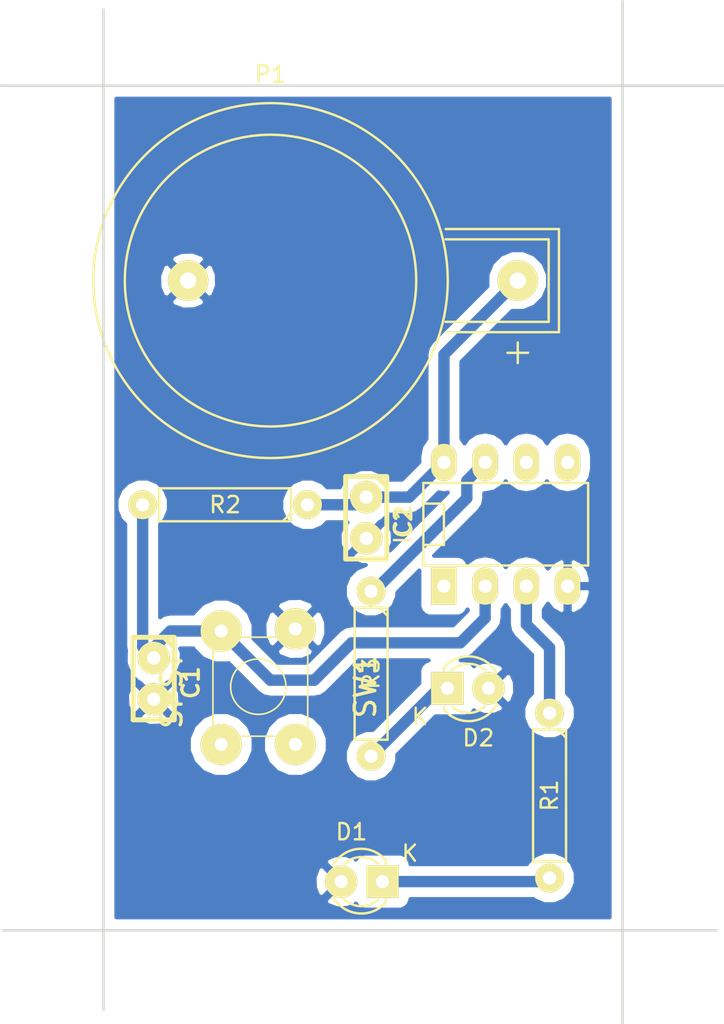
<source format=kicad_pcb>
(kicad_pcb (version 4) (host pcbnew "(2014-09-02 BZR 5112)-product")

  (general
    (links 16)
    (no_connects 0)
    (area 36.624999 109.824999 83.900001 250.900001)
    (thickness 1.6)
    (drawings 27)
    (tracks 32)
    (zones 0)
    (modules 10)
    (nets 8)
  )

  (page A4)
  (layers
    (0 F.Cu signal)
    (31 B.Cu signal)
    (32 B.Adhes user)
    (33 F.Adhes user)
    (34 B.Paste user)
    (35 F.Paste user)
    (36 B.SilkS user)
    (37 F.SilkS user)
    (38 B.Mask user)
    (39 F.Mask user)
    (40 Dwgs.User user)
    (41 Cmts.User user)
    (42 Eco1.User user hide)
    (43 Eco2.User user)
    (44 Edge.Cuts user)
  )

  (setup
    (last_trace_width 0.254)
    (user_trace_width 0.3)
    (user_trace_width 0.5)
    (user_trace_width 0.7)
    (trace_clearance 0.254)
    (zone_clearance 2)
    (zone_45_only no)
    (trace_min 0.254)
    (segment_width 0.2)
    (edge_width 0.15)
    (via_size 0.889)
    (via_drill 0.635)
    (via_min_size 0.889)
    (via_min_drill 0.508)
    (uvia_size 0.508)
    (uvia_drill 0.127)
    (uvias_allowed no)
    (uvia_min_size 0.508)
    (uvia_min_drill 0.127)
    (pcb_text_width 0.3)
    (pcb_text_size 1 1)
    (mod_edge_width 0.15)
    (mod_text_size 1 1)
    (mod_text_width 0.15)
    (pad_size 2.5 2.5)
    (pad_drill 1)
    (pad_to_mask_clearance 0)
    (aux_axis_origin 0 0)
    (visible_elements 7FFFFFFF)
    (pcbplotparams
      (layerselection 0x00020_80000000)
      (usegerberextensions false)
      (excludeedgelayer false)
      (linewidth 0.150000)
      (plotframeref false)
      (viasonmask false)
      (mode 1)
      (useauxorigin false)
      (hpglpennumber 1)
      (hpglpenspeed 20)
      (hpglpendiameter 15)
      (hpglpenoverlay 2)
      (psnegative false)
      (psa4output false)
      (plotreference true)
      (plotvalue true)
      (plotinvisibletext false)
      (padsonsilk false)
      (subtractmaskfromsilk false)
      (outputformat 2)
      (mirror false)
      (drillshape 2)
      (scaleselection 1)
      (outputdirectory pcb/))
  )

  (net 0 "")
  (net 1 +3v)
  (net 2 GND)
  (net 3 "Net-(C1-Pad1)")
  (net 4 "Net-(D1-Pad1)")
  (net 5 "Net-(D2-Pad1)")
  (net 6 "Net-(IC1-Pad3)")
  (net 7 "Net-(IC1-Pad7)")

  (net_class Default "Ceci est la Netclass par défaut"
    (clearance 0.254)
    (trace_width 0.254)
    (via_dia 0.889)
    (via_drill 0.635)
    (uvia_dia 0.508)
    (uvia_drill 0.127)
    (add_net +3v)
    (add_net GND)
    (add_net "Net-(C1-Pad1)")
    (add_net "Net-(D1-Pad1)")
    (add_net "Net-(D2-Pad1)")
    (add_net "Net-(IC1-Pad3)")
    (add_net "Net-(IC1-Pad7)")
  )

  (module push_button:push_mini (layer F.Cu) (tedit 56168EA6) (tstamp 56002CE0)
    (at 52.8 152.1 90)
    (path /55C62A8C)
    (fp_text reference SW1 (at 0 6.35 90) (layer F.SilkS)
      (effects (font (size 1.27 1.27) (thickness 0.2032)))
    )
    (fp_text value SPST (at -0.254 -5.588 90) (layer F.SilkS)
      (effects (font (size 1.27 1.27) (thickness 0.2032)))
    )
    (fp_circle (center 0 -0.254) (end 1.524 0.508) (layer F.SilkS) (width 0.1016))
    (fp_line (start -3.048 -3.048) (end -3.048 2.794) (layer F.SilkS) (width 0.1016))
    (fp_line (start -3.048 2.794) (end 3.048 2.794) (layer F.SilkS) (width 0.1016))
    (fp_line (start 3.048 2.794) (end 3.048 -3.048) (layer F.SilkS) (width 0.1016))
    (fp_line (start 3.048 -3.048) (end -3.048 -3.048) (layer F.SilkS) (width 0.1016))
    (pad 4 thru_hole circle (at -3.556 -2.54 90) (size 2.54 2.54) (drill 0.8) (layers *.Cu *.Mask F.SilkS))
    (pad 2 thru_hole circle (at 3.429 -2.54 90) (size 2.54 2.54) (drill 0.8) (layers *.Cu *.Mask F.SilkS)
      (net 3 "Net-(C1-Pad1)"))
    (pad 3 thru_hole circle (at -3.556 2.032 90) (size 2.54 2.54) (drill 0.8) (layers *.Cu *.Mask F.SilkS))
    (pad 1 thru_hole circle (at 3.556 2.032 90) (size 2.54 2.54) (drill 0.8) (layers *.Cu *.Mask F.SilkS)
      (net 2 GND))
  )

  (module Discret:CR2032H (layer F.Cu) (tedit 561A4634) (tstamp 56002CA7)
    (at 53.3 127.1)
    (path /55F00CF2)
    (fp_text reference P1 (at 0 -12.7) (layer F.SilkS)
      (effects (font (size 1 1) (thickness 0.15)))
    )
    (fp_text value Alim (at 0 12.7) (layer F.Fab)
      (effects (font (size 1 1) (thickness 0.15)))
    )
    (fp_line (start 15.24 3.81) (end 15.24 5.08) (layer F.SilkS) (width 0.15))
    (fp_line (start 14.605 4.445) (end 15.875 4.445) (layer F.SilkS) (width 0.15))
    (fp_line (start 10.795 -2.54) (end 17.145 -2.54) (layer F.SilkS) (width 0.15))
    (fp_line (start 17.145 -2.54) (end 17.145 2.54) (layer F.SilkS) (width 0.15))
    (fp_line (start 17.145 2.54) (end 10.795 2.54) (layer F.SilkS) (width 0.15))
    (fp_line (start 17.145 -3.175) (end 17.78 -3.175) (layer F.SilkS) (width 0.15))
    (fp_line (start 17.78 -3.175) (end 17.78 3.175) (layer F.SilkS) (width 0.15))
    (fp_line (start 17.78 3.175) (end 17.145 3.175) (layer F.SilkS) (width 0.15))
    (fp_line (start 15.875 -3.175) (end 17.145 -3.175) (layer F.SilkS) (width 0.15))
    (fp_line (start 17.145 3.175) (end 10.795 3.175) (layer F.SilkS) (width 0.15))
    (fp_line (start 10.795 -3.175) (end 15.875 -3.175) (layer F.SilkS) (width 0.15))
    (fp_circle (center 0 0) (end -1.27 -8.89) (layer F.SilkS) (width 0.15))
    (fp_circle (center 0 0) (end 6.35 8.89) (layer F.SilkS) (width 0.15))
    (pad 2 thru_hole circle (at -5.08 0) (size 2.5 2.5) (drill 1) (layers *.Cu *.Mask F.SilkS)
      (net 2 GND))
    (pad 1 thru_hole circle (at 15.24 0) (size 2.5 2.5) (drill 1) (layers *.Cu *.Mask F.SilkS)
      (net 1 +3v))
  )

  (module C1 (layer F.Cu) (tedit 5616918A) (tstamp 55F00C2E)
    (at 46.1 151.6 270)
    (descr "Condensateur e = 1 pas")
    (tags C)
    (path /55C629C7)
    (fp_text reference C1 (at 0.254 -2.286 270) (layer F.SilkS)
      (effects (font (size 1.016 1.016) (thickness 0.2032)))
    )
    (fp_text value 10-100nf (at 0 -2.286 270) (layer F.SilkS) hide
      (effects (font (size 1.016 1.016) (thickness 0.2032)))
    )
    (fp_line (start -2.4892 -1.27) (end 2.54 -1.27) (layer F.SilkS) (width 0.3048))
    (fp_line (start 2.54 -1.27) (end 2.54 1.27) (layer F.SilkS) (width 0.3048))
    (fp_line (start 2.54 1.27) (end -2.54 1.27) (layer F.SilkS) (width 0.3048))
    (fp_line (start -2.54 1.27) (end -2.54 -1.27) (layer F.SilkS) (width 0.3048))
    (fp_line (start -2.54 -0.635) (end -1.905 -1.27) (layer F.SilkS) (width 0.3048))
    (pad 1 thru_hole circle (at -1.27 0 270) (size 2 2) (drill 0.8128) (layers *.Cu *.Mask F.SilkS)
      (net 3 "Net-(C1-Pad1)"))
    (pad 2 thru_hole circle (at 1.27 0 270) (size 2 2) (drill 0.8128) (layers *.Cu *.Mask F.SilkS)
      (net 2 GND))
    (model discret/capa_1_pas.wrl
      (at (xyz 0 0 0))
      (scale (xyz 1 1 1))
      (rotate (xyz 0 0 0))
    )
  )

  (module C1 (layer F.Cu) (tedit 5616919D) (tstamp 55F01856)
    (at 59.2 141.7 270)
    (descr "Condensateur e = 1 pas")
    (tags C)
    (path /55F00F72)
    (fp_text reference C2 (at 0.254 -2.286 270) (layer F.SilkS)
      (effects (font (size 1.016 1.016) (thickness 0.2032)))
    )
    (fp_text value 100nf (at 0 -2.286 270) (layer F.SilkS) hide
      (effects (font (size 1.016 1.016) (thickness 0.2032)))
    )
    (fp_line (start -2.4892 -1.27) (end 2.54 -1.27) (layer F.SilkS) (width 0.3048))
    (fp_line (start 2.54 -1.27) (end 2.54 1.27) (layer F.SilkS) (width 0.3048))
    (fp_line (start 2.54 1.27) (end -2.54 1.27) (layer F.SilkS) (width 0.3048))
    (fp_line (start -2.54 1.27) (end -2.54 -1.27) (layer F.SilkS) (width 0.3048))
    (fp_line (start -2.54 -0.635) (end -1.905 -1.27) (layer F.SilkS) (width 0.3048))
    (pad 1 thru_hole circle (at -1.27 0 270) (size 2 2) (drill 0.8128) (layers *.Cu *.Mask F.SilkS)
      (net 1 +3v))
    (pad 2 thru_hole circle (at 1.27 0 270) (size 2 2) (drill 0.8128) (layers *.Cu *.Mask F.SilkS)
      (net 2 GND))
    (model discret/capa_1_pas.wrl
      (at (xyz 0 0 0))
      (scale (xyz 1 1 1))
      (rotate (xyz 0 0 0))
    )
  )

  (module LEDs:LED-3MM (layer F.Cu) (tedit 560BD740) (tstamp 56002C75)
    (at 60.2 164.1 180)
    (descr "LED 3mm round vertical")
    (tags "LED  3mm round vertical")
    (path /55C62A04)
    (fp_text reference D1 (at 1.91 3.06 180) (layer F.SilkS)
      (effects (font (size 1 1) (thickness 0.15)))
    )
    (fp_text value "LED IR" (at 1.3 -2.9 180) (layer F.Fab)
      (effects (font (size 1 1) (thickness 0.15)))
    )
    (fp_line (start -1.2 2.3) (end 3.8 2.3) (layer F.CrtYd) (width 0.05))
    (fp_line (start 3.8 2.3) (end 3.8 -2.2) (layer F.CrtYd) (width 0.05))
    (fp_line (start 3.8 -2.2) (end -1.2 -2.2) (layer F.CrtYd) (width 0.05))
    (fp_line (start -1.2 -2.2) (end -1.2 2.3) (layer F.CrtYd) (width 0.05))
    (fp_line (start -0.199 1.314) (end -0.199 1.114) (layer F.SilkS) (width 0.15))
    (fp_line (start -0.199 -1.28) (end -0.199 -1.1) (layer F.SilkS) (width 0.15))
    (fp_arc (start 1.301 0.034) (end -0.199 -1.286) (angle 108.5) (layer F.SilkS) (width 0.15))
    (fp_arc (start 1.301 0.034) (end 0.25 -1.1) (angle 85.7) (layer F.SilkS) (width 0.15))
    (fp_arc (start 1.311 0.034) (end 3.051 0.994) (angle 110) (layer F.SilkS) (width 0.15))
    (fp_arc (start 1.301 0.034) (end 2.335 1.094) (angle 87.5) (layer F.SilkS) (width 0.15))
    (fp_text user K (at -1.69 1.74 180) (layer F.SilkS)
      (effects (font (size 1 1) (thickness 0.15)))
    )
    (pad 1 thru_hole rect (at 0 0 270) (size 2 2) (drill 0.8) (layers *.Cu *.Mask F.SilkS)
      (net 4 "Net-(D1-Pad1)"))
    (pad 2 thru_hole circle (at 2.54 0 180) (size 2 2) (drill 0.8) (layers *.Cu *.Mask F.SilkS)
      (net 2 GND))
    (model LEDs.3dshapes/LED-3MM.wrl
      (at (xyz 0.05 0 0))
      (scale (xyz 1 1 1))
      (rotate (xyz 0 0 90))
    )
  )

  (module LEDs:LED-3MM (layer F.Cu) (tedit 560BD756) (tstamp 56002C85)
    (at 64.2 152.2)
    (descr "LED 3mm round vertical")
    (tags "LED  3mm round vertical")
    (path /55CE17A0)
    (fp_text reference D2 (at 1.91 3.06) (layer F.SilkS)
      (effects (font (size 1 1) (thickness 0.15)))
    )
    (fp_text value "LED Temoin" (at 1.3 -2.9) (layer F.Fab)
      (effects (font (size 1 1) (thickness 0.15)))
    )
    (fp_line (start -1.2 2.3) (end 3.8 2.3) (layer F.CrtYd) (width 0.05))
    (fp_line (start 3.8 2.3) (end 3.8 -2.2) (layer F.CrtYd) (width 0.05))
    (fp_line (start 3.8 -2.2) (end -1.2 -2.2) (layer F.CrtYd) (width 0.05))
    (fp_line (start -1.2 -2.2) (end -1.2 2.3) (layer F.CrtYd) (width 0.05))
    (fp_line (start -0.199 1.314) (end -0.199 1.114) (layer F.SilkS) (width 0.15))
    (fp_line (start -0.199 -1.28) (end -0.199 -1.1) (layer F.SilkS) (width 0.15))
    (fp_arc (start 1.301 0.034) (end -0.199 -1.286) (angle 108.5) (layer F.SilkS) (width 0.15))
    (fp_arc (start 1.301 0.034) (end 0.25 -1.1) (angle 85.7) (layer F.SilkS) (width 0.15))
    (fp_arc (start 1.311 0.034) (end 3.051 0.994) (angle 110) (layer F.SilkS) (width 0.15))
    (fp_arc (start 1.301 0.034) (end 2.335 1.094) (angle 87.5) (layer F.SilkS) (width 0.15))
    (fp_text user K (at -1.69 1.74) (layer F.SilkS)
      (effects (font (size 1 1) (thickness 0.15)))
    )
    (pad 1 thru_hole rect (at 0 0 90) (size 2 2) (drill 0.8) (layers *.Cu *.Mask F.SilkS)
      (net 5 "Net-(D2-Pad1)"))
    (pad 2 thru_hole circle (at 2.54 0) (size 2 2) (drill 0.8) (layers *.Cu *.Mask F.SilkS)
      (net 2 GND))
    (model LEDs.3dshapes/LED-3MM.wrl
      (at (xyz 0.05 0 0))
      (scale (xyz 1 1 1))
      (rotate (xyz 0 0 90))
    )
  )

  (module Sockets_DIP:DIP-8__300_ELL (layer F.Cu) (tedit 56002D80) (tstamp 56002C95)
    (at 67.8 142.1)
    (descr "8 pins DIL package, elliptical pads")
    (tags DIL)
    (path /55F00334)
    (fp_text reference IC1 (at -6.35 0 90) (layer F.SilkS)
      (effects (font (size 1 1) (thickness 0.15)))
    )
    (fp_text value ATTINY85-P (at 0.34 -0.05) (layer F.Fab)
      (effects (font (size 1 1) (thickness 0.15)))
    )
    (fp_line (start -5.08 -1.27) (end -3.81 -1.27) (layer F.SilkS) (width 0.15))
    (fp_line (start -3.81 -1.27) (end -3.81 1.27) (layer F.SilkS) (width 0.15))
    (fp_line (start -3.81 1.27) (end -5.08 1.27) (layer F.SilkS) (width 0.15))
    (fp_line (start -5.08 -2.54) (end 5.08 -2.54) (layer F.SilkS) (width 0.15))
    (fp_line (start 5.08 -2.54) (end 5.08 2.54) (layer F.SilkS) (width 0.15))
    (fp_line (start 5.08 2.54) (end -5.08 2.54) (layer F.SilkS) (width 0.15))
    (fp_line (start -5.08 2.54) (end -5.08 -2.54) (layer F.SilkS) (width 0.15))
    (pad 1 thru_hole rect (at -3.81 3.81) (size 1.5748 2.286) (drill 0.8128) (layers *.Cu *.Mask F.SilkS))
    (pad 2 thru_hole oval (at -1.27 3.81) (size 1.5748 2.286) (drill 0.8128) (layers *.Cu *.Mask F.SilkS)
      (net 3 "Net-(C1-Pad1)"))
    (pad 3 thru_hole oval (at 1.27 3.81) (size 1.5748 2.286) (drill 0.8128) (layers *.Cu *.Mask F.SilkS)
      (net 6 "Net-(IC1-Pad3)"))
    (pad 4 thru_hole oval (at 3.81 3.81) (size 1.5748 2.286) (drill 0.8128) (layers *.Cu *.Mask F.SilkS)
      (net 2 GND))
    (pad 5 thru_hole oval (at 3.81 -3.81) (size 1.5748 2.286) (drill 0.8128) (layers *.Cu *.Mask F.SilkS))
    (pad 6 thru_hole oval (at 1.27 -3.81) (size 1.5748 2.286) (drill 0.8128) (layers *.Cu *.Mask F.SilkS))
    (pad 7 thru_hole oval (at -1.27 -3.81) (size 1.5748 2.286) (drill 0.8128) (layers *.Cu *.Mask F.SilkS)
      (net 7 "Net-(IC1-Pad7)"))
    (pad 8 thru_hole oval (at -3.81 -3.81) (size 1.5748 2.286) (drill 0.8128) (layers *.Cu *.Mask F.SilkS)
      (net 1 +3v))
    (model Sockets_DIP.3dshapes/DIP-8__300_ELL.wrl
      (at (xyz 0 0 0))
      (scale (xyz 1 1 1))
      (rotate (xyz 0 0 0))
    )
  )

  (module Discret:R4-LARGE_PADS (layer F.Cu) (tedit 5616908F) (tstamp 56002CC6)
    (at 50.5 140.9 180)
    (descr "Resitance 4 pas")
    (tags R)
    (path /55C62A13)
    (fp_text reference R2 (at 0 0 180) (layer F.SilkS)
      (effects (font (size 1 1) (thickness 0.15)))
    )
    (fp_text value 600 (at 0 0 180) (layer F.Fab)
      (effects (font (size 1 1) (thickness 0.15)))
    )
    (fp_line (start -5.08 0) (end -4.064 0) (layer F.SilkS) (width 0.15))
    (fp_line (start -4.064 0) (end -4.064 -1.016) (layer F.SilkS) (width 0.15))
    (fp_line (start -4.064 -1.016) (end 4.064 -1.016) (layer F.SilkS) (width 0.15))
    (fp_line (start 4.064 -1.016) (end 4.064 1.016) (layer F.SilkS) (width 0.15))
    (fp_line (start 4.064 1.016) (end -4.064 1.016) (layer F.SilkS) (width 0.15))
    (fp_line (start -4.064 1.016) (end -4.064 0) (layer F.SilkS) (width 0.15))
    (fp_line (start -4.064 -0.508) (end -3.556 -1.016) (layer F.SilkS) (width 0.15))
    (fp_line (start 5.08 0) (end 4.064 0) (layer F.SilkS) (width 0.15))
    (pad 1 thru_hole circle (at -5.08 0 180) (size 1.778 1.778) (drill 0.8128) (layers *.Cu *.Mask F.SilkS)
      (net 1 +3v))
    (pad 2 thru_hole circle (at 5.08 0 180) (size 1.778 1.778) (drill 0.8128) (layers *.Cu *.Mask F.SilkS)
      (net 3 "Net-(C1-Pad1)"))
    (model Discret.3dshapes/R4-LARGE_PADS.wrl
      (at (xyz 0 0 0))
      (scale (xyz 0.4 0.4 0.4))
      (rotate (xyz 0 0 0))
    )
  )

  (module Discret:R4-LARGE_PADS (layer F.Cu) (tedit 561690A8) (tstamp 56002CB9)
    (at 70.5 158.8 270)
    (descr "Resitance 4 pas")
    (tags R)
    (path /55C62A20)
    (fp_text reference R1 (at 0 0 270) (layer F.SilkS)
      (effects (font (size 1 1) (thickness 0.15)))
    )
    (fp_text value 50 (at 0 0 270) (layer F.Fab)
      (effects (font (size 1 1) (thickness 0.15)))
    )
    (fp_line (start -5.08 0) (end -4.064 0) (layer F.SilkS) (width 0.15))
    (fp_line (start -4.064 0) (end -4.064 -1.016) (layer F.SilkS) (width 0.15))
    (fp_line (start -4.064 -1.016) (end 4.064 -1.016) (layer F.SilkS) (width 0.15))
    (fp_line (start 4.064 -1.016) (end 4.064 1.016) (layer F.SilkS) (width 0.15))
    (fp_line (start 4.064 1.016) (end -4.064 1.016) (layer F.SilkS) (width 0.15))
    (fp_line (start -4.064 1.016) (end -4.064 0) (layer F.SilkS) (width 0.15))
    (fp_line (start -4.064 -0.508) (end -3.556 -1.016) (layer F.SilkS) (width 0.15))
    (fp_line (start 5.08 0) (end 4.064 0) (layer F.SilkS) (width 0.15))
    (pad 1 thru_hole circle (at -5.08 0 270) (size 1.778 1.778) (drill 0.8128) (layers *.Cu *.Mask F.SilkS)
      (net 6 "Net-(IC1-Pad3)"))
    (pad 2 thru_hole circle (at 5.08 0 270) (size 1.778 1.778) (drill 0.8128) (layers *.Cu *.Mask F.SilkS)
      (net 4 "Net-(D1-Pad1)"))
    (model Discret.3dshapes/R4-LARGE_PADS.wrl
      (at (xyz 0 0 0))
      (scale (xyz 0.4 0.4 0.4))
      (rotate (xyz 0 0 0))
    )
  )

  (module Discret:R4-LARGE_PADS (layer F.Cu) (tedit 561690C1) (tstamp 56002CD3)
    (at 59.5 151.3 270)
    (descr "Resitance 4 pas")
    (tags R)
    (path /55CE1751)
    (fp_text reference R3 (at 0 0 270) (layer F.SilkS)
      (effects (font (size 1 1) (thickness 0.15)))
    )
    (fp_text value 200 (at 0 0 270) (layer F.Fab)
      (effects (font (size 1 1) (thickness 0.15)))
    )
    (fp_line (start -5.08 0) (end -4.064 0) (layer F.SilkS) (width 0.15))
    (fp_line (start -4.064 0) (end -4.064 -1.016) (layer F.SilkS) (width 0.15))
    (fp_line (start -4.064 -1.016) (end 4.064 -1.016) (layer F.SilkS) (width 0.15))
    (fp_line (start 4.064 -1.016) (end 4.064 1.016) (layer F.SilkS) (width 0.15))
    (fp_line (start 4.064 1.016) (end -4.064 1.016) (layer F.SilkS) (width 0.15))
    (fp_line (start -4.064 1.016) (end -4.064 0) (layer F.SilkS) (width 0.15))
    (fp_line (start -4.064 -0.508) (end -3.556 -1.016) (layer F.SilkS) (width 0.15))
    (fp_line (start 5.08 0) (end 4.064 0) (layer F.SilkS) (width 0.15))
    (pad 1 thru_hole circle (at -5.08 0 270) (size 1.778 1.778) (drill 0.8128) (layers *.Cu *.Mask F.SilkS)
      (net 7 "Net-(IC1-Pad7)"))
    (pad 2 thru_hole circle (at 5.08 0 270) (size 1.778 1.778) (drill 0.8128) (layers *.Cu *.Mask F.SilkS)
      (net 5 "Net-(D2-Pad1)"))
    (model Discret.3dshapes/R4-LARGE_PADS.wrl
      (at (xyz 0 0 0))
      (scale (xyz 0.4 0.4 0.4))
      (rotate (xyz 0 0 0))
    )
  )

  (gr_line (start 43 167.1) (end 36.8 167.1) (angle 90) (layer Edge.Cuts) (width 0.15))
  (gr_line (start 43 167.1) (end 43 172) (angle 90) (layer Edge.Cuts) (width 0.15))
  (gr_line (start 75 167.1) (end 75 172.8) (angle 90) (layer Edge.Cuts) (width 0.15))
  (gr_line (start 74.9 167.1) (end 80.8 167.1) (angle 90) (layer Edge.Cuts) (width 0.15))
  (gr_line (start 43 115.1) (end 36.7 115.1) (angle 90) (layer Edge.Cuts) (width 0.15))
  (gr_line (start 43 115.1) (end 43 110.4) (angle 90) (layer Edge.Cuts) (width 0.15))
  (gr_line (start 75 115.1) (end 75 109.9) (angle 90) (layer Edge.Cuts) (width 0.15))
  (gr_line (start 81.2 115.1) (end 75 115.1) (angle 90) (layer Edge.Cuts) (width 0.15))
  (gr_line (start 74.9 115.1) (end 81.2 115.1) (angle 90) (layer Edge.Cuts) (width 0.15))
  (gr_line (start 59 170.1) (end 59 164.1) (angle 90) (layer Eco2.User) (width 0.2))
  (dimension 32 (width 0.25) (layer Eco1.User)
    (gr_text "32,000 mm" (at 67.9 187.9) (layer Eco1.User)
      (effects (font (size 1 1) (thickness 0.25)))
    )
    (feature1 (pts (xy 83.9 198.9) (xy 83.9 186.9)))
    (feature2 (pts (xy 51.9 198.9) (xy 51.9 186.9)))
    (crossbar (pts (xy 51.9 188.9) (xy 83.9 188.9)))
    (arrow1a (pts (xy 83.9 188.9) (xy 82.773496 189.486421)))
    (arrow1b (pts (xy 83.9 188.9) (xy 82.773496 188.313579)))
    (arrow2a (pts (xy 51.9 188.9) (xy 53.026504 189.486421)))
    (arrow2b (pts (xy 51.9 188.9) (xy 53.026504 188.313579)))
  )
  (dimension 52 (width 0.25) (layer Eco1.User)
    (gr_text "52,000 mm" (at 45.9 224.9 90) (layer Eco1.User)
      (effects (font (size 1 1) (thickness 0.25)))
    )
    (feature1 (pts (xy 51.9 198.9) (xy 44.9 198.9)))
    (feature2 (pts (xy 51.9 250.9) (xy 44.9 250.9)))
    (crossbar (pts (xy 46.9 250.9) (xy 46.9 198.9)))
    (arrow1a (pts (xy 46.9 198.9) (xy 47.486421 200.026504)))
    (arrow1b (pts (xy 46.9 198.9) (xy 46.313579 200.026504)))
    (arrow2a (pts (xy 46.9 250.9) (xy 47.486421 249.773496)))
    (arrow2b (pts (xy 46.9 250.9) (xy 46.313579 249.773496)))
  )
  (gr_line (start 75 115.1) (end 43 115.1) (angle 90) (layer Edge.Cuts) (width 0.15))
  (gr_line (start 75 125.1) (end 75 115.1) (angle 90) (layer Edge.Cuts) (width 0.15))
  (gr_line (start 43 125.1) (end 43 115.1) (angle 90) (layer Edge.Cuts) (width 0.15))
  (gr_line (start 65.5 151.1) (end 65.5 153.1) (angle 90) (layer Eco2.User) (width 0.2))
  (gr_line (start 64.5 152.1) (end 66.5 152.1) (angle 90) (layer Eco2.User) (width 0.2))
  (gr_line (start 52.5 151.1) (end 52.5 153.1) (angle 90) (layer Eco2.User) (width 0.2))
  (gr_line (start 51.5 152.1) (end 53.5 152.1) (angle 90) (layer Eco2.User) (width 0.2))
  (dimension 15 (width 0.25) (layer Eco1.User)
    (gr_text "15,000 mm" (at 49.9 243.4 90) (layer Eco1.User)
      (effects (font (size 1 1) (thickness 0.25)))
    )
    (feature1 (pts (xy 51.9 235.9) (xy 48.9 235.9)))
    (feature2 (pts (xy 51.9 250.9) (xy 48.9 250.9)))
    (crossbar (pts (xy 50.9 250.9) (xy 50.9 235.9)))
    (arrow1a (pts (xy 50.9 235.9) (xy 51.486421 237.026504)))
    (arrow1b (pts (xy 50.9 235.9) (xy 50.313579 237.026504)))
    (arrow2a (pts (xy 50.9 250.9) (xy 51.486421 249.773496)))
    (arrow2b (pts (xy 50.9 250.9) (xy 50.313579 249.773496)))
  )
  (dimension 9.5 (width 0.25) (layer Eco1.User)
    (gr_text "9,500 mm" (at 56.65 231.900001) (layer Eco1.User)
      (effects (font (size 1 1) (thickness 0.25)))
    )
    (feature1 (pts (xy 51.9 235.4) (xy 51.9 230.900001)))
    (feature2 (pts (xy 61.4 235.4) (xy 61.4 230.900001)))
    (crossbar (pts (xy 61.4 232.900001) (xy 51.9 232.900001)))
    (arrow1a (pts (xy 51.9 232.900001) (xy 53.026504 232.31358)))
    (arrow1b (pts (xy 51.9 232.900001) (xy 53.026504 233.486422)))
    (arrow2a (pts (xy 61.4 232.900001) (xy 60.273496 232.31358)))
    (arrow2b (pts (xy 61.4 232.900001) (xy 60.273496 233.486422)))
  )
  (dimension 13 (width 0.25) (layer Eco1.User)
    (gr_text "13,000 mm" (at 67.9 231.900001) (layer Eco1.User)
      (effects (font (size 1 1) (thickness 0.25)))
    )
    (feature1 (pts (xy 61.4 235.4) (xy 61.4 230.900001)))
    (feature2 (pts (xy 74.4 235.4) (xy 74.4 230.900001)))
    (crossbar (pts (xy 74.4 232.900001) (xy 61.4 232.900001)))
    (arrow1a (pts (xy 61.4 232.900001) (xy 62.526504 232.31358)))
    (arrow1b (pts (xy 61.4 232.900001) (xy 62.526504 233.486422)))
    (arrow2a (pts (xy 74.4 232.900001) (xy 73.273496 232.31358)))
    (arrow2b (pts (xy 74.4 232.900001) (xy 73.273496 233.486422)))
  )
  (dimension 9.5 (width 0.25) (layer Eco1.User)
    (gr_text "9,500 mm" (at 79.15 231.9) (layer Eco1.User)
      (effects (font (size 1 1) (thickness 0.25)))
    )
    (feature1 (pts (xy 74.4 235.4) (xy 74.4 230.9)))
    (feature2 (pts (xy 83.9 235.4) (xy 83.9 230.9)))
    (crossbar (pts (xy 83.9 232.9) (xy 74.4 232.9)))
    (arrow1a (pts (xy 74.4 232.9) (xy 75.526504 232.313579)))
    (arrow1b (pts (xy 74.4 232.9) (xy 75.526504 233.486421)))
    (arrow2a (pts (xy 83.9 232.9) (xy 82.773496 232.313579)))
    (arrow2b (pts (xy 83.9 232.9) (xy 82.773496 233.486421)))
  )
  (gr_line (start 75 167.1) (end 75 125.1) (angle 90) (layer Edge.Cuts) (width 0.15))
  (gr_line (start 74 167.1) (end 75 167.1) (angle 90) (layer Edge.Cuts) (width 0.15))
  (gr_line (start 43 167.1) (end 74 167.1) (angle 90) (layer Edge.Cuts) (width 0.15))
  (gr_line (start 43 125.1) (end 43 167.1) (angle 90) (layer Edge.Cuts) (width 0.15))

  (segment (start 61.85 140.43) (end 63.99 138.29) (width 0.7) (layer B.Cu) (net 1) (tstamp 56018630))
  (segment (start 59.2 140.43) (end 61.85 140.43) (width 0.7) (layer B.Cu) (net 1))
  (segment (start 58.73 140.9) (end 59.2 140.43) (width 0.7) (layer B.Cu) (net 1) (tstamp 561691F7))
  (segment (start 55.58 140.9) (end 58.73 140.9) (width 0.7) (layer B.Cu) (net 1))
  (segment (start 63.99 131.65) (end 68.54 127.1) (width 0.7) (layer B.Cu) (net 1) (tstamp 5616937B))
  (segment (start 63.99 138.29) (end 63.99 131.65) (width 0.7) (layer B.Cu) (net 1))
  (segment (start 47.129 148.671) (end 50.26 148.671) (width 0.7) (layer B.Cu) (net 3) (tstamp 56018647))
  (segment (start 46.1 149.7) (end 47.129 148.671) (width 0.7) (layer B.Cu) (net 3) (tstamp 56018645))
  (segment (start 46.1 150.33) (end 46.1 149.7) (width 0.7) (layer B.Cu) (net 3))
  (segment (start 56.6 151.1) (end 56 151.7) (width 0.7) (layer B.Cu) (net 3) (tstamp 561691A3))
  (segment (start 57 150.7) (end 56.6 151.1) (width 0.7) (layer B.Cu) (net 3) (tstamp 561691A7))
  (segment (start 56 151.7) (end 53.289 151.7) (width 0.7) (layer B.Cu) (net 3) (tstamp 56018675))
  (segment (start 53.289 151.7) (end 50.26 148.671) (width 0.7) (layer B.Cu) (net 3) (tstamp 56018676))
  (segment (start 58.3 149.4) (end 57.1 150.6) (width 0.7) (layer B.Cu) (net 3) (tstamp 56018673))
  (segment (start 65 149.4) (end 58.3 149.4) (width 0.7) (layer B.Cu) (net 3) (tstamp 56018670))
  (segment (start 66.53 147.87) (end 65 149.4) (width 0.7) (layer B.Cu) (net 3) (tstamp 5601866E))
  (segment (start 66.53 145.91) (end 66.53 147.87) (width 0.7) (layer B.Cu) (net 3))
  (segment (start 57.1 150.8) (end 57.1 150.6) (width 0.254) (layer B.Cu) (net 3) (tstamp 561691AA))
  (segment (start 57 150.7) (end 57.1 150.8) (width 0.254) (layer B.Cu) (net 3))
  (segment (start 45.42 149.65) (end 46.1 150.33) (width 0.7) (layer B.Cu) (net 3) (tstamp 5616920C))
  (segment (start 45.42 140.9) (end 45.42 149.65) (width 0.7) (layer B.Cu) (net 3))
  (segment (start 70.28 164.1) (end 70.5 163.88) (width 0.7) (layer B.Cu) (net 4) (tstamp 56169209))
  (segment (start 60.2 164.1) (end 70.28 164.1) (width 0.7) (layer B.Cu) (net 4))
  (segment (start 63.68 152.2) (end 59.5 156.38) (width 0.7) (layer B.Cu) (net 5) (tstamp 56169202))
  (segment (start 64.2 152.2) (end 63.68 152.2) (width 0.7) (layer B.Cu) (net 5))
  (segment (start 70.5 149.7) (end 69.07 148.27) (width 0.7) (layer B.Cu) (net 6) (tstamp 56169205))
  (segment (start 69.07 148.27) (end 69.07 145.91) (width 0.7) (layer B.Cu) (net 6) (tstamp 56169206))
  (segment (start 70.5 153.72) (end 70.5 149.7) (width 0.7) (layer B.Cu) (net 6))
  (segment (start 65.4 139.42) (end 66.53 138.29) (width 0.7) (layer B.Cu) (net 7) (tstamp 561691FF))
  (segment (start 65.4 140.5) (end 65.4 139.42) (width 0.7) (layer B.Cu) (net 7) (tstamp 561691FE))
  (segment (start 59.68 146.22) (end 65.4 140.5) (width 0.7) (layer B.Cu) (net 7) (tstamp 561691FD))
  (segment (start 59.5 146.22) (end 59.68 146.22) (width 0.7) (layer B.Cu) (net 7))

  (zone (net 2) (net_name GND) (layer B.Cu) (tstamp 560186B4) (hatch edge 0.508)
    (connect_pads (clearance 0.6))
    (min_thickness 0.254)
    (fill yes (arc_segments 16) (thermal_gap 0.508) (thermal_bridge_width 0.508))
    (polygon
      (pts
        (xy 75 167.1) (xy 43 167.1) (xy 43 115.1) (xy 75 115.1)
      )
    )
    (filled_polygon
      (pts
        (xy 74.198 166.298) (xy 74 166.298) (xy 73.1244 166.298) (xy 73.1244 138.682235) (xy 73.1244 137.897765)
        (xy 73.009123 137.318229) (xy 72.680843 136.826922) (xy 72.189536 136.498642) (xy 71.61 136.383365) (xy 71.030464 136.498642)
        (xy 70.539157 136.826922) (xy 70.34 137.124982) (xy 70.140843 136.826922) (xy 69.649536 136.498642) (xy 69.07 136.383365)
        (xy 68.490464 136.498642) (xy 67.999157 136.826922) (xy 67.8 137.124982) (xy 67.600843 136.826922) (xy 67.109536 136.498642)
        (xy 66.53 136.383365) (xy 65.950464 136.498642) (xy 65.459157 136.826922) (xy 65.26 137.124982) (xy 65.067 136.836136)
        (xy 65.067 132.096108) (xy 68.19341 128.969697) (xy 68.910334 128.970323) (xy 69.597886 128.686233) (xy 70.124384 128.160653)
        (xy 70.409674 127.473598) (xy 70.410323 126.729666) (xy 70.126233 126.042114) (xy 69.600653 125.515616) (xy 68.913598 125.230326)
        (xy 68.169666 125.229677) (xy 67.482114 125.513767) (xy 66.955616 126.039347) (xy 66.670326 126.726402) (xy 66.669697 127.447194)
        (xy 63.228446 130.888446) (xy 62.994982 131.23785) (xy 62.913 131.65) (xy 62.913 136.836136) (xy 62.590877 137.318229)
        (xy 62.4756 137.897765) (xy 62.4756 138.281292) (xy 61.403892 139.353) (xy 60.565096 139.353) (xy 60.179544 138.966774)
        (xy 59.545029 138.7033) (xy 58.857986 138.702701) (xy 58.223011 138.965067) (xy 57.736774 139.450456) (xy 57.58208 139.823)
        (xy 56.788254 139.823) (xy 56.496585 139.530821) (xy 55.902852 139.284281) (xy 55.259968 139.28372) (xy 54.665806 139.529223)
        (xy 54.210821 139.983415) (xy 53.964281 140.577148) (xy 53.96372 141.220032) (xy 54.209223 141.814194) (xy 54.663415 142.269179)
        (xy 55.257148 142.515719) (xy 55.900032 142.51628) (xy 56.494194 142.270777) (xy 56.788483 141.977) (xy 58.027392 141.977)
        (xy 58.047465 141.997073) (xy 57.780613 142.095736) (xy 57.554092 142.705461) (xy 57.578144 143.35546) (xy 57.780613 143.844264)
        (xy 58.047468 143.942927) (xy 59.020395 142.97) (xy 59.006252 142.955857) (xy 59.185857 142.776252) (xy 59.2 142.790395)
        (xy 60.038056 141.952338) (xy 60.176989 141.894933) (xy 60.565599 141.507) (xy 61.85 141.507) (xy 62.26215 141.425018)
        (xy 62.611554 141.191554) (xy 63.670104 140.133003) (xy 63.99 140.196635) (xy 64.227498 140.149393) (xy 60.670672 143.706219)
        (xy 60.845908 143.234539) (xy 60.821856 142.58454) (xy 60.619387 142.095736) (xy 60.352532 141.997073) (xy 59.379605 142.97)
        (xy 59.393747 142.984142) (xy 59.214142 143.163747) (xy 59.2 143.149605) (xy 59.020395 143.32921) (xy 58.227073 144.122532)
        (xy 58.325736 144.389387) (xy 58.935461 144.615908) (xy 59.171619 144.607169) (xy 58.585806 144.849223) (xy 58.130821 145.303415)
        (xy 57.884281 145.897148) (xy 57.88372 146.540032) (xy 58.129223 147.134194) (xy 58.583415 147.589179) (xy 59.177148 147.835719)
        (xy 59.820032 147.83628) (xy 60.414194 147.590777) (xy 60.869179 147.136585) (xy 61.115719 146.542852) (xy 61.115924 146.307183)
        (xy 62.4756 144.947508) (xy 62.4756 147.197609) (xy 62.586279 147.464812) (xy 62.790787 147.669321) (xy 63.05799 147.78)
        (xy 63.347209 147.78) (xy 64.922009 147.78) (xy 65.189212 147.669321) (xy 65.393721 147.464813) (xy 65.442218 147.347728)
        (xy 65.453 147.363863) (xy 65.453 147.423892) (xy 64.553892 148.323) (xy 58.3 148.323) (xy 57.88785 148.404982)
        (xy 57.538446 148.638446) (xy 56.746261 149.430631) (xy 56.746261 148.872964) (xy 56.726436 148.115368) (xy 56.474657 147.50752)
        (xy 56.179777 147.375828) (xy 56.000172 147.555433) (xy 56.000172 147.196223) (xy 55.86848 146.901343) (xy 55.160964 146.629739)
        (xy 54.403368 146.649564) (xy 53.79552 146.901343) (xy 53.663828 147.196223) (xy 54.832 148.364395) (xy 56.000172 147.196223)
        (xy 56.000172 147.555433) (xy 55.011605 148.544) (xy 56.179777 149.712172) (xy 56.474657 149.58048) (xy 56.746261 148.872964)
        (xy 56.746261 149.430631) (xy 56.338446 149.838446) (xy 56.298391 149.898391) (xy 56.238446 149.938446) (xy 56.000172 150.17672)
        (xy 56.000172 149.891777) (xy 54.832 148.723605) (xy 54.652395 148.90321) (xy 54.652395 148.544) (xy 53.484223 147.375828)
        (xy 53.189343 147.50752) (xy 52.917739 148.215036) (xy 52.937564 148.972632) (xy 53.189343 149.58048) (xy 53.484223 149.712172)
        (xy 54.652395 148.544) (xy 54.652395 148.90321) (xy 53.663828 149.891777) (xy 53.79552 150.186657) (xy 54.503036 150.458261)
        (xy 55.260632 150.438436) (xy 55.86848 150.186657) (xy 56.000172 149.891777) (xy 56.000172 150.17672) (xy 55.838446 150.338446)
        (xy 55.553892 150.623) (xy 53.735108 150.623) (xy 52.234772 149.122664) (xy 52.256653 149.069971) (xy 52.257346 148.275515)
        (xy 51.953962 147.541268) (xy 51.392687 146.979013) (xy 50.658971 146.674347) (xy 50.008062 146.673779) (xy 50.008062 127.398667)
        (xy 49.986249 126.691671) (xy 49.757658 126.139806) (xy 49.475963 126.023642) (xy 49.296358 126.203247) (xy 49.296358 125.844037)
        (xy 49.180194 125.562342) (xy 48.518667 125.311938) (xy 47.811671 125.333751) (xy 47.259806 125.562342) (xy 47.143642 125.844037)
        (xy 48.22 126.920395) (xy 49.296358 125.844037) (xy 49.296358 126.203247) (xy 48.399605 127.1) (xy 49.475963 128.176358)
        (xy 49.757658 128.060194) (xy 50.008062 127.398667) (xy 50.008062 146.673779) (xy 49.864515 146.673654) (xy 49.296358 146.908411)
        (xy 49.296358 128.355963) (xy 48.22 127.279605) (xy 48.040395 127.45921) (xy 48.040395 127.1) (xy 46.964037 126.023642)
        (xy 46.682342 126.139806) (xy 46.431938 126.801333) (xy 46.453751 127.508329) (xy 46.682342 128.060194) (xy 46.964037 128.176358)
        (xy 48.040395 127.1) (xy 48.040395 127.45921) (xy 47.143642 128.355963) (xy 47.259806 128.637658) (xy 47.921333 128.888062)
        (xy 48.628329 128.866249) (xy 49.180194 128.637658) (xy 49.296358 128.355963) (xy 49.296358 146.908411) (xy 49.130268 146.977038)
        (xy 48.568013 147.538313) (xy 48.544889 147.594) (xy 47.129 147.594) (xy 46.71685 147.675982) (xy 46.497 147.82288)
        (xy 46.497 142.108254) (xy 46.789179 141.816585) (xy 47.035719 141.222852) (xy 47.03628 140.579968) (xy 46.790777 139.985806)
        (xy 46.336585 139.530821) (xy 45.742852 139.284281) (xy 45.099968 139.28372) (xy 44.505806 139.529223) (xy 44.050821 139.983415)
        (xy 43.804281 140.577148) (xy 43.80372 141.220032) (xy 44.049223 141.814194) (xy 44.343 142.108483) (xy 44.343 149.65)
        (xy 44.397863 149.925815) (xy 44.3733 149.984971) (xy 44.372701 150.672014) (xy 44.635067 151.306989) (xy 45.120456 151.793226)
        (xy 45.261324 151.851719) (xy 46.1 152.690395) (xy 46.938056 151.852338) (xy 47.076989 151.794933) (xy 47.563226 151.309544)
        (xy 47.8267 150.675029) (xy 47.827299 149.987986) (xy 47.728138 149.748) (xy 48.544249 149.748) (xy 48.566038 149.800732)
        (xy 49.127313 150.362987) (xy 49.861029 150.667653) (xy 50.655485 150.668346) (xy 50.711212 150.64532) (xy 52.527446 152.461554)
        (xy 52.87685 152.695018) (xy 53.289 152.777) (xy 56 152.777) (xy 56.41215 152.695018) (xy 56.761554 152.461554)
        (xy 57.361554 151.861554) (xy 57.761554 151.461554) (xy 57.801608 151.401608) (xy 57.861554 151.361554) (xy 58.746108 150.477)
        (xy 63.045734 150.477) (xy 62.788188 150.583679) (xy 62.583679 150.788187) (xy 62.473 151.05539) (xy 62.473 151.344609)
        (xy 62.473 151.883892) (xy 59.592811 154.76408) (xy 59.179968 154.76372) (xy 58.585806 155.009223) (xy 58.130821 155.463415)
        (xy 57.884281 156.057148) (xy 57.88372 156.700032) (xy 58.129223 157.294194) (xy 58.583415 157.749179) (xy 59.177148 157.995719)
        (xy 59.820032 157.99628) (xy 60.414194 157.750777) (xy 60.869179 157.296585) (xy 61.115719 156.702852) (xy 61.116081 156.287026)
        (xy 63.476108 153.927) (xy 65.344609 153.927) (xy 65.611812 153.816321) (xy 65.816321 153.611813) (xy 65.840951 153.55235)
        (xy 65.865736 153.619387) (xy 66.475461 153.845908) (xy 67.12546 153.821856) (xy 67.614264 153.619387) (xy 67.712927 153.352532)
        (xy 66.74 152.379605) (xy 66.725857 152.393747) (xy 66.546252 152.214142) (xy 66.560395 152.2) (xy 66.546252 152.185857)
        (xy 66.725857 152.006252) (xy 66.74 152.020395) (xy 67.712927 151.047468) (xy 67.614264 150.780613) (xy 67.004539 150.554092)
        (xy 66.35454 150.578144) (xy 65.865736 150.780613) (xy 65.84095 150.847649) (xy 65.816321 150.788188) (xy 65.611813 150.583679)
        (xy 65.34461 150.473) (xy 65.055391 150.473) (xy 65.020109 150.473) (xy 65.41215 150.395018) (xy 65.761554 150.161554)
        (xy 67.291554 148.631554) (xy 67.525018 148.28215) (xy 67.607 147.87) (xy 67.607 147.363863) (xy 67.8 147.075017)
        (xy 67.993 147.363863) (xy 67.993 148.27) (xy 68.074982 148.68215) (xy 68.308446 149.031554) (xy 69.423 150.146108)
        (xy 69.423 152.511745) (xy 69.130821 152.803415) (xy 68.884281 153.397148) (xy 68.88372 154.040032) (xy 69.129223 154.634194)
        (xy 69.583415 155.089179) (xy 70.177148 155.335719) (xy 70.820032 155.33628) (xy 71.414194 155.090777) (xy 71.869179 154.636585)
        (xy 72.115719 154.042852) (xy 72.11628 153.399968) (xy 71.870777 152.805806) (xy 71.577 152.511516) (xy 71.577 149.7)
        (xy 71.495018 149.28785) (xy 71.261554 148.938446) (xy 70.147 147.823892) (xy 70.147 147.363863) (xy 70.395992 146.991218)
        (xy 70.694014 147.361191) (xy 71.183004 147.628327) (xy 71.26294 147.64501) (xy 71.483 147.522852) (xy 71.483 146.037)
        (xy 71.463 146.037) (xy 71.463 145.783) (xy 71.483 145.783) (xy 71.483 144.297148) (xy 71.26294 144.17499)
        (xy 71.183004 144.191673) (xy 70.694014 144.458809) (xy 70.395992 144.828781) (xy 70.140843 144.446922) (xy 69.649536 144.118642)
        (xy 69.07 144.003365) (xy 68.490464 144.118642) (xy 67.999157 144.446922) (xy 67.8 144.744982) (xy 67.600843 144.446922)
        (xy 67.109536 144.118642) (xy 66.53 144.003365) (xy 65.950464 144.118642) (xy 65.459157 144.446922) (xy 65.442218 144.472271)
        (xy 65.393721 144.355188) (xy 65.189213 144.150679) (xy 64.92201 144.04) (xy 64.632791 144.04) (xy 63.383108 144.04)
        (xy 66.161554 141.261554) (xy 66.395018 140.91215) (xy 66.477 140.5) (xy 66.477 140.186092) (xy 66.53 140.196635)
        (xy 67.109536 140.081358) (xy 67.600843 139.753078) (xy 67.8 139.455017) (xy 67.999157 139.753078) (xy 68.490464 140.081358)
        (xy 69.07 140.196635) (xy 69.649536 140.081358) (xy 70.140843 139.753078) (xy 70.34 139.455017) (xy 70.539157 139.753078)
        (xy 71.030464 140.081358) (xy 71.61 140.196635) (xy 72.189536 140.081358) (xy 72.680843 139.753078) (xy 73.009123 139.261771)
        (xy 73.1244 138.682235) (xy 73.1244 166.298) (xy 73.0324 166.298) (xy 73.0324 146.3926) (xy 73.0324 146.037)
        (xy 73.0324 145.783) (xy 73.0324 145.4274) (xy 72.875525 144.892738) (xy 72.525986 144.458809) (xy 72.036996 144.191673)
        (xy 71.95706 144.17499) (xy 71.737 144.297148) (xy 71.737 145.783) (xy 73.0324 145.783) (xy 73.0324 146.037)
        (xy 71.737 146.037) (xy 71.737 147.522852) (xy 71.95706 147.64501) (xy 72.036996 147.628327) (xy 72.525986 147.361191)
        (xy 72.875525 146.927262) (xy 73.0324 146.3926) (xy 73.0324 166.298) (xy 72.11628 166.298) (xy 72.11628 163.559968)
        (xy 71.870777 162.965806) (xy 71.416585 162.510821) (xy 70.822852 162.264281) (xy 70.179968 162.26372) (xy 69.585806 162.509223)
        (xy 69.130821 162.963415) (xy 69.106079 163.023) (xy 68.385908 163.023) (xy 68.385908 152.464539) (xy 68.361856 151.81454)
        (xy 68.159387 151.325736) (xy 67.892532 151.227073) (xy 66.919605 152.2) (xy 67.892532 153.172927) (xy 68.159387 153.074264)
        (xy 68.385908 152.464539) (xy 68.385908 163.023) (xy 61.927 163.023) (xy 61.927 162.955391) (xy 61.816321 162.688188)
        (xy 61.611813 162.483679) (xy 61.34461 162.373) (xy 61.055391 162.373) (xy 59.055391 162.373) (xy 58.788188 162.483679)
        (xy 58.583679 162.688187) (xy 58.559048 162.747649) (xy 58.534264 162.680613) (xy 57.924539 162.454092) (xy 57.27454 162.478144)
        (xy 56.829346 162.662549) (xy 56.829346 155.260515) (xy 56.525962 154.526268) (xy 55.964687 153.964013) (xy 55.230971 153.659347)
        (xy 54.436515 153.658654) (xy 53.702268 153.962038) (xy 53.140013 154.523313) (xy 52.835347 155.257029) (xy 52.834654 156.051485)
        (xy 53.138038 156.785732) (xy 53.699313 157.347987) (xy 54.433029 157.652653) (xy 55.227485 157.653346) (xy 55.961732 157.349962)
        (xy 56.523987 156.788687) (xy 56.828653 156.054971) (xy 56.829346 155.260515) (xy 56.829346 162.662549) (xy 56.785736 162.680613)
        (xy 56.687073 162.947468) (xy 57.66 163.920395) (xy 57.674142 163.906252) (xy 57.853747 164.085857) (xy 57.839605 164.1)
        (xy 57.853747 164.114142) (xy 57.674142 164.293747) (xy 57.66 164.279605) (xy 57.480395 164.45921) (xy 57.480395 164.1)
        (xy 56.507468 163.127073) (xy 56.240613 163.225736) (xy 56.014092 163.835461) (xy 56.038144 164.48546) (xy 56.240613 164.974264)
        (xy 56.507468 165.072927) (xy 57.480395 164.1) (xy 57.480395 164.45921) (xy 56.687073 165.252532) (xy 56.785736 165.519387)
        (xy 57.395461 165.745908) (xy 58.04546 165.721856) (xy 58.534264 165.519387) (xy 58.559049 165.45235) (xy 58.583679 165.511812)
        (xy 58.788187 165.716321) (xy 59.05539 165.827) (xy 59.344609 165.827) (xy 61.344609 165.827) (xy 61.611812 165.716321)
        (xy 61.816321 165.511813) (xy 61.927 165.24461) (xy 61.927 165.177) (xy 69.511361 165.177) (xy 69.583415 165.249179)
        (xy 70.177148 165.495719) (xy 70.820032 165.49628) (xy 71.414194 165.250777) (xy 71.869179 164.796585) (xy 72.115719 164.202852)
        (xy 72.11628 163.559968) (xy 72.11628 166.298) (xy 52.257346 166.298) (xy 52.257346 155.260515) (xy 51.953962 154.526268)
        (xy 51.392687 153.964013) (xy 50.658971 153.659347) (xy 49.864515 153.658654) (xy 49.130268 153.962038) (xy 48.568013 154.523313)
        (xy 48.263347 155.257029) (xy 48.262654 156.051485) (xy 48.566038 156.785732) (xy 49.127313 157.347987) (xy 49.861029 157.652653)
        (xy 50.655485 157.653346) (xy 51.389732 157.349962) (xy 51.951987 156.788687) (xy 52.256653 156.054971) (xy 52.257346 155.260515)
        (xy 52.257346 166.298) (xy 47.745908 166.298) (xy 47.745908 153.134539) (xy 47.721856 152.48454) (xy 47.519387 151.995736)
        (xy 47.252532 151.897073) (xy 46.279605 152.87) (xy 47.252532 153.842927) (xy 47.519387 153.744264) (xy 47.745908 153.134539)
        (xy 47.745908 166.298) (xy 47.072927 166.298) (xy 47.072927 154.022532) (xy 46.1 153.049605) (xy 45.920395 153.22921)
        (xy 45.920395 152.87) (xy 44.947468 151.897073) (xy 44.680613 151.995736) (xy 44.454092 152.605461) (xy 44.478144 153.25546)
        (xy 44.680613 153.744264) (xy 44.947468 153.842927) (xy 45.920395 152.87) (xy 45.920395 153.22921) (xy 45.127073 154.022532)
        (xy 45.225736 154.289387) (xy 45.835461 154.515908) (xy 46.48546 154.491856) (xy 46.974264 154.289387) (xy 47.072927 154.022532)
        (xy 47.072927 166.298) (xy 43.802 166.298) (xy 43.802 125.1) (xy 43.802 115.902) (xy 74.198 115.902)
        (xy 74.198 125.1) (xy 74.198 166.298)
      )
    )
  )
)

</source>
